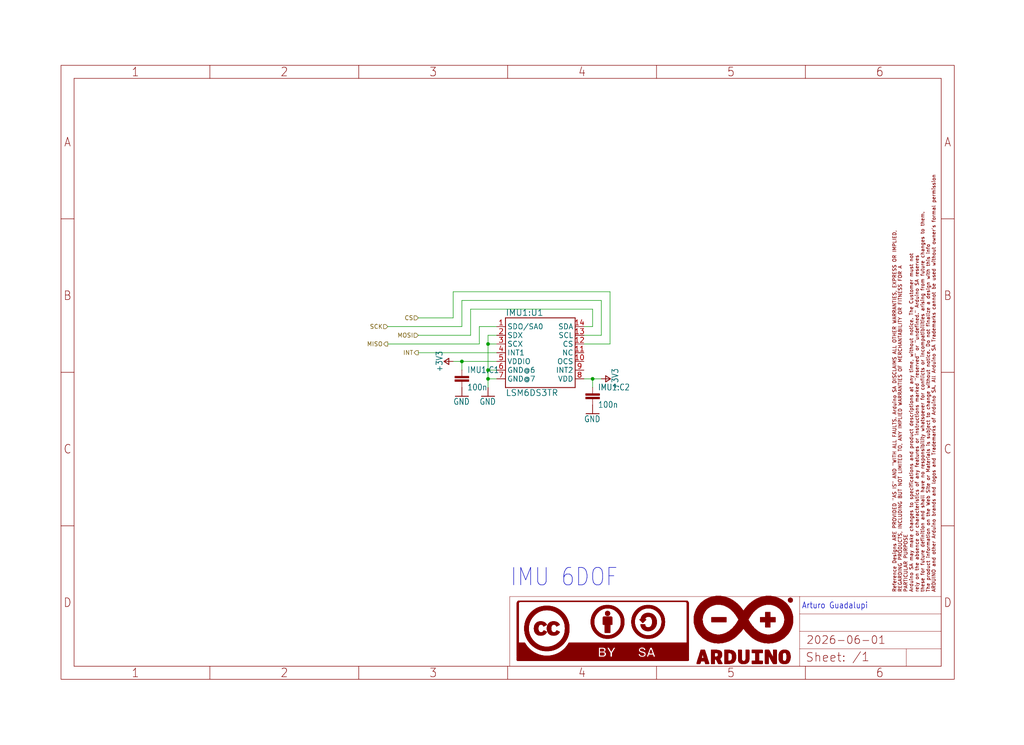
<source format=kicad_sch>
(kicad_sch (version 20250114) (generator "eeschema") (generator_version "9.0")
  (paper "User" 298.45 217.322)
  (lib_symbols
    (symbol "UNOWiFiREV2V4.0-eagle-import:+3V3" (power)
      (symbol "+3V3_1_0"
        (pin power_in line (at 0 -2.54 90) (length 2.54) (name "+3V3") (number "1"))
      )
    )
    (symbol "UNOWiFiREV2V4.0-eagle-import:A4L-LOC"
      (symbol "A4L-LOC_1_0"
        (text "A" (at 1.905 156.6863 0) (effects (font (size 2.54 2.286))))
        (text "B" (at 1.905 111.9188 0) (effects (font (size 2.54 2.286))))
        (text "C" (at 1.905 67.1513 0) (effects (font (size 2.54 2.286))))
        (text "D" (at 1.905 22.3838 0) (effects (font (size 2.54 2.286))))
        (text "1" (at 21.6958 177.165 0) (effects (font (size 2.54 2.286))))
        (text "1" (at 21.6958 1.905 0) (effects (font (size 2.54 2.286))))
        (text "2" (at 65.0875 177.165 0) (effects (font (size 2.54 2.286))))
        (text "2" (at 65.0875 1.905 0) (effects (font (size 2.54 2.286))))
        (text "3" (at 108.4792 177.165 0) (effects (font (size 2.54 2.286))))
        (text "3" (at 108.4792 1.905 0) (effects (font (size 2.54 2.286))))
        (text "4" (at 151.8708 177.165 0) (effects (font (size 2.54 2.286))))
        (text "4" (at 151.8708 1.905 0) (effects (font (size 2.54 2.286))))
        (text "5" (at 195.2625 177.165 0) (effects (font (size 2.54 2.286))))
        (text "5" (at 195.2625 1.905 0) (effects (font (size 2.54 2.286))))
        (text "Sheet:" (at 216.916 4.953 0) (effects (font (size 2.54 2.54)) (justify left bottom)))
        (text "${PROJECTNAME}" (at 217.17 15.24 0) (effects (font (size 2.54 2.54)) (justify left bottom)))
        (text "${CURRENT_DATE}" (at 217.17 10.16 0) (effects (font (size 2.286 2.286)) (justify left bottom)))
        (text "${#}/${##}" (at 230.505 5.08 0) (effects (font (size 2.54 2.54)) (justify left bottom)))
        (text "6" (at 238.6542 177.165 0) (effects (font (size 2.54 2.286))))
        (text "6" (at 238.6542 1.905 0) (effects (font (size 2.54 2.286))))
        (text "Reference Designs ARE PROVIDED \"AS IS\" AND \"WITH ALL FAULTS. Arduino SA DISCLAIMS ALL OTHER WARRANTIES, EXPRESS OR IMPLIED,\nREGARDING PRODUCTS, INCLUDING BUT NOT LIMITED TO, ANY IMPLIED WARRANTIES OF MERCHANTABILITY OR FITNESS FOR A\nPARTICULAR PURPOSE\nArduino SA may make changes to specifications and product descriptions at any time, without notice. The Customer must not\nrely on the absence or characteristics of any features or instructions marked \"reserved\" or \"undefined.\" Arduino SA reserves\nthese for future definition and shall have no responsibility whatsoever for conflicts or incompatibilities arising from future changes to them.\nThe product information on the Web Site or Materials is subject to change without notice. Do not finalize a design with this info\nARDUINO and other Arduino brands and logos and Trademarks of Arduino SA. All Arduino SA Trademarks cannot be used without owner's formal permission" (at 254.96 25.415 900) (effects (font (size 1.016 1.016)) (justify left bottom)))
        (text "A" (at 258.445 156.6863 0) (effects (font (size 2.54 2.286))))
        (text "B" (at 258.445 111.9188 0) (effects (font (size 2.54 2.286))))
        (text "C" (at 258.445 67.1513 0) (effects (font (size 2.54 2.286))))
        (text "D" (at 258.445 22.3838 0) (effects (font (size 2.54 2.286))))
      )
    )
    (symbol "UNOWiFiREV2V4.0-eagle-import:C-0402"
      (property "Reference" "C" (at 1.524 1.651 0))
      (symbol "C-0402_1_0"
        (pin passive line (at 0 2.54 270) (length 0) (name "1") (number "1"))
        (pin passive line (at 0 -2.54 90) (length 0) (name "2") (number "2"))
      )
    )
    (symbol "UNOWiFiREV2V4.0-eagle-import:GND" (power)
      (symbol "GND_1_0"
        (pin power_in line (at 0 2.54 270) (length 2.54) (name "GND") (number "1"))
      )
    )
    (symbol "UNOWiFiREV2V4.0-eagle-import:LSM6DS3LGA"
      (symbol "LSM6DS3LGA_1_0"
        (pin bidirectional line (at -12.7 7.62 0) (length 2.54) (name "SDO/SA0") (number "1"))
        (pin bidirectional line (at -12.7 5.08 0) (length 2.54) (name "SDX") (number "2"))
        (pin bidirectional line (at -12.7 2.54 0) (length 2.54) (name "SCX") (number "3"))
        (pin bidirectional line (at -12.7 0 0) (length 2.54) (name "INT1") (number "4"))
        (pin bidirectional line (at -12.7 -2.54 0) (length 2.54) (name "VDDIO") (number "5"))
        (pin bidirectional line (at -12.7 -5.08 0) (length 2.54) (name "GND@6") (number "6"))
        (pin bidirectional line (at -12.7 -7.62 0) (length 2.54) (name "GND@7") (number "7"))
        (pin bidirectional line (at 12.7 7.62 180) (length 2.54) (name "SDA") (number "14"))
        (pin bidirectional line (at 12.7 5.08 180) (length 2.54) (name "SCL") (number "13"))
        (pin bidirectional line (at 12.7 2.54 180) (length 2.54) (name "CS") (number "12"))
        (pin bidirectional line (at 12.7 0 180) (length 2.54) (name "NC") (number "11"))
        (pin bidirectional line (at 12.7 -2.54 180) (length 2.54) (name "OCS") (number "10"))
        (pin bidirectional line (at 12.7 -5.08 180) (length 2.54) (name "INT2") (number "9"))
        (pin bidirectional line (at 12.7 -7.62 180) (length 2.54) (name "VDD") (number "8"))
      )
    )
  )
  (text "Arturo Guadalupi" (at 233.68 177.8 0) (effects (font (size 1.778 1.5113)) (justify left bottom)))
  (text "IMU 6DOF" (at 148.59 171.45 0) (effects (font (size 5.08 4.318)) (justify left bottom)))
  (junction (at 142.24 100.33))
  (junction (at 142.24 110.49))
  (junction (at 172.72 110.49))
  (junction (at 134.62 105.41))
  (junction (at 142.24 107.95))
  (wire (pts (xy 144.78 110.49) (xy 142.24 110.49)) (stroke (width 0.1524)))
  (wire (pts (xy 142.24 100.33) (xy 142.24 107.95)) (stroke (width 0.1524)))
  (wire (pts (xy 139.7 95.25) (xy 139.7 100.33)) (stroke (width 0.1524)))
  (wire (pts (xy 134.62 105.41) (xy 134.62 107.95)) (stroke (width 0.1524)))
  (wire (pts (xy 144.78 95.25) (xy 139.7 95.25)) (stroke (width 0.1524)))
  (wire (pts (xy 144.78 100.33) (xy 142.24 100.33)) (stroke (width 0.1524)))
  (wire (pts (xy 172.72 110.49) (xy 175.26 110.49)) (stroke (width 0.1524)))
  (wire (pts (xy 172.72 110.49) (xy 172.72 113.03)) (stroke (width 0.1524)))
  (wire (pts (xy 134.62 87.63) (xy 134.62 95.25)) (stroke (width 0.1524)))
  (wire (pts (xy 175.26 87.63) (xy 134.62 87.63)) (stroke (width 0.1524)))
  (wire (pts (xy 170.18 97.79) (xy 175.26 97.79)) (stroke (width 0.1524)))
  (wire (pts (xy 170.18 95.25) (xy 172.72 95.25)) (stroke (width 0.1524)))
  (wire (pts (xy 170.18 110.49) (xy 172.72 110.49)) (stroke (width 0.1524)))
  (wire (pts (xy 144.78 102.87) (xy 121.92 102.87)) (stroke (width 0.1524)))
  (wire (pts (xy 132.08 105.41) (xy 134.62 105.41)) (stroke (width 0.1524)))
  (wire (pts (xy 137.16 97.79) (xy 121.92 97.79)) (stroke (width 0.1524)))
  (wire (pts (xy 142.24 110.49) (xy 142.24 113.03)) (stroke (width 0.1524)))
  (wire (pts (xy 142.24 97.79) (xy 142.24 100.33)) (stroke (width 0.1524)))
  (wire (pts (xy 175.26 97.79) (xy 175.26 87.63)) (stroke (width 0.1524)))
  (wire (pts (xy 170.18 100.33) (xy 177.8 100.33)) (stroke (width 0.1524)))
  (wire (pts (xy 134.62 95.25) (xy 113.03 95.25)) (stroke (width 0.1524)))
  (wire (pts (xy 132.08 92.71) (xy 121.92 92.71)) (stroke (width 0.1524)))
  (wire (pts (xy 139.7 100.33) (xy 113.03 100.33)) (stroke (width 0.1524)))
  (wire (pts (xy 144.78 97.79) (xy 142.24 97.79)) (stroke (width 0.1524)))
  (wire (pts (xy 172.72 95.25) (xy 172.72 90.17)) (stroke (width 0.1524)))
  (wire (pts (xy 144.78 107.95) (xy 142.24 107.95)) (stroke (width 0.1524)))
  (wire (pts (xy 134.62 105.41) (xy 144.78 105.41)) (stroke (width 0.1524)))
  (wire (pts (xy 177.8 100.33) (xy 177.8 85.09)) (stroke (width 0.1524)))
  (wire (pts (xy 142.24 107.95) (xy 142.24 110.49)) (stroke (width 0.1524)))
  (wire (pts (xy 177.8 85.09) (xy 132.08 85.09)) (stroke (width 0.1524)))
  (wire (pts (xy 172.72 90.17) (xy 137.16 90.17)) (stroke (width 0.1524)))
  (wire (pts (xy 137.16 90.17) (xy 137.16 97.79)) (stroke (width 0.1524)))
  (wire (pts (xy 132.08 85.09) (xy 132.08 92.71)) (stroke (width 0.1524)))
  (hierarchical_label "MOSI" (shape input) (at 121.92 97.79 180) (effects (font (size 1.2446 1.2446))))
  (hierarchical_label "CS" (shape input) (at 121.92 92.71 180) (effects (font (size 1.2446 1.2446))))
  (hierarchical_label "MISO" (shape output) (at 113.03 100.33 180) (effects (font (size 1.2446 1.2446))))
  (hierarchical_label "SCK" (shape input) (at 113.03 95.25 180) (effects (font (size 1.2446 1.2446))))
  (hierarchical_label "INT" (shape output) (at 121.92 102.87 180) (effects (font (size 1.2446 1.2446))))
  (symbol (lib_id "UNOWiFiREV2V4.0-eagle-import:GND") (at 172.72 120.65 0) (unit 1)
    (property "Reference" "IMU1:#GND3" (effects (hide yes)))
    (property "Value" "GND" (at 170.18 123.19 0) (effects (font (size 1.778 1.5113)) (justify left bottom)))
  )
  (symbol (lib_id "UNOWiFiREV2V4.0-eagle-import:+3V3") (at 177.8 110.49 270) (unit 1)
    (property "Reference" "IMU1:#+3V1" (effects (hide yes)))
    (property "Value" "+3V3" (at 178.308 110.49 0) (effects (font (size 1.778 1.5113)) (justify bottom)))
  )
  (symbol (lib_id "UNOWiFiREV2V4.0-eagle-import:+3V3") (at 129.54 105.41 90) (unit 1)
    (property "Reference" "IMU1:#+3V2" (effects (hide yes)))
    (property "Value" "+3V3" (at 129.032 105.41 0) (effects (font (size 1.778 1.5113)) (justify bottom)))
  )
  (symbol (lib_id "UNOWiFiREV2V4.0-eagle-import:C-0402") (at 172.72 115.57 0) (unit 1)
    (property "Reference" "IMU1:C2" (at 174.244 113.919 0) (effects (font (size 1.778 1.5113)) (justify left bottom)))
    (property "Value" "100n" (at 174.244 118.999 0) (effects (font (size 1.778 1.5113)) (justify left bottom)))
    (property "Footprint" "UNOWiFiREV2V4.0:0402-1005X55N" (effects (hide yes)))
  )
  (symbol (lib_id "UNOWiFiREV2V4.0-eagle-import:C-0402") (at 134.62 110.49 0) (unit 1)
    (property "Reference" "IMU1:C1" (at 136.144 108.839 0) (effects (font (size 1.778 1.5113)) (justify left bottom)))
    (property "Value" "100n" (at 136.144 113.919 0) (effects (font (size 1.778 1.5113)) (justify left bottom)))
    (property "Footprint" "UNOWiFiREV2V4.0:0402-1005X55N" (effects (hide yes)))
  )
  (symbol (lib_id "UNOWiFiREV2V4.0-eagle-import:GND") (at 134.62 115.57 0) (unit 1)
    (property "Reference" "IMU1:#GND2" (effects (hide yes)))
    (property "Value" "GND" (at 132.08 118.11 0) (effects (font (size 1.778 1.5113)) (justify left bottom)))
  )
  (symbol (lib_id "UNOWiFiREV2V4.0-eagle-import:GND") (at 142.24 115.57 0) (unit 1)
    (property "Reference" "IMU1:#GND1" (effects (hide yes)))
    (property "Value" "GND" (at 139.7 118.11 0) (effects (font (size 1.778 1.5113)) (justify left bottom)))
  )
  (symbol (lib_id "UNOWiFiREV2V4.0-eagle-import:LSM6DS3LGA") (at 157.48 102.87 0) (unit 1)
    (property "Reference" "IMU1:U1" (at 147.32 92.202 0) (effects (font (size 1.778 1.778)) (justify left bottom)))
    (property "Value" "LSM6DS3TR" (at 147.32 115.57 0) (effects (font (size 1.778 1.778)) (justify left bottom)))
    (property "Footprint" "UNOWiFiREV2V4.0:LGA14L" (effects (hide yes)))
  )
  (symbol (lib_id "UNOWiFiREV2V4.0-eagle-import:A4L-LOC") (at 17.78 198.12 0) (unit 1)
    (property "Reference" "IMU1:FRAME1" (effects (hide yes)))
    (property "Value" "DNP" (effects (hide yes)))
    (property "Footprint" "UNOWiFiREV2V4.0:FRAME" (effects (hide yes)))
  )
)
</source>
